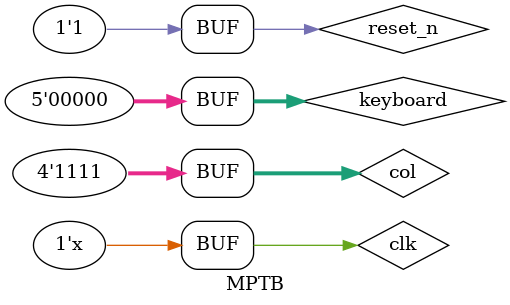
<source format=v>
`timescale 1 ns / 10 ps

module MPTB();

reg clk;
reg reset_n;
reg [4:0]keyboard;
wire out;
reg [3:0]col;

wire [3:0]row;
wire [7:0]onote_test;
wire [6:0]addr_test;
wire [4:0]keyboard_test;

always@(keyboard,col,row)
begin
if(keyboard[4])
begin
case(keyboard[3:0])
4'b0000:
		case(row)
		4'b1110:col=4'b1110;
		default:col=4'b1111;
		endcase
4'b0001:
		case(row)
		4'b1110:col=4'b1101;
		default:col=4'b1111;
		endcase
4'b0010:
		case(row)
		4'b1110:col=4'b1011;
		default:col=4'b1111;
		endcase
4'b0011:
		case(row)
		4'b1110:col=4'b0111;
		default:col=4'b1111;
		endcase
////////////////////////////////////////////////////////////////////////////////////
4'b0100:
		case(row)
		4'b1101:col=4'b1110;
		default:col=4'b1111;
		endcase
4'b0101:
		case(row)
		4'b1101:col=4'b1101;
		default:col=4'b1111;
		endcase
4'b0110:
		case(row)
		4'b1101:col=4'b1011;
		default:col=4'b1111;
		endcase
4'b0111:
		case(row)
		4'b1101:col=4'b0111;
		default:col=4'b1111;
		endcase
/////////////////////////////////////////////////////////////////////////////////////
/////////////////////////////////////////////////////////////////////////////////////		
4'b1000:
		case(row)
		4'b1011:col=4'b1110;
		default:col=4'b1111;
		endcase
4'b1001:
		case(row)
		4'b1011:col=4'b1101;
		default:col=4'b1111;
		endcase
4'b1010:
		case(row)
		4'b1011:col=4'b1011;
		default:col=4'b1111;
		endcase
4'b1011:
		case(row)
		4'b1011:col=4'b0111;
		default:col=4'b1111;
		endcase
////////////////////////////////////////////////////////////////////////////////////
4'b1100:
		case(row)
		4'b0111:col=4'b1110;
		default:col=4'b1111;
		endcase
4'b1101:
		case(row)
		4'b0111:col=4'b1101;
		default:col=4'b1111;
		endcase
4'b1110:
		case(row)
		4'b0111:col=4'b1011;
		default:col=4'b1111;
		endcase
4'b1111:
		case(row)
		4'b0111:col=4'b0111;
		default:col=4'b1111;
		endcase

endcase
end
else
col=4'b1111;
end

initial clk=1'b1;
    always #10 clk = ~clk;
initial begin
			reset_n=0;
			#15 reset_n=1;
			end

initial begin 
keyboard<=5'b00000;		
#500 		keyboard<=5'b10000;
#100 		keyboard<=5'b00000;	
#105000 	keyboard<=5'b10101;
#1000 	keyboard<=5'b00000;
#1000 	keyboard<=5'b10000;
#1000 	keyboard<=5'b00000;
#100000 	keyboard<=5'b10001;
#1000 	keyboard<=5'b00000;
#100000 	keyboard<=5'b10010;
#100 		keyboard<=5'b00000;
#10000 	keyboard<=5'b10000;
#100 		keyboard<=5'b00000;
end			
	




	
MusicPlayer MusicPlayer_test(
.clk_raw(clk),//50MHz
.reset_n(reset_n),
.row(row),
.col(col),//7-4 r0-r3 3-0 c0-c3
.out(out),
.onote_test(onote_test),
.addr_test(addr_test),
.keyboard_test(keyboard_test)
 );

endmodule
</source>
